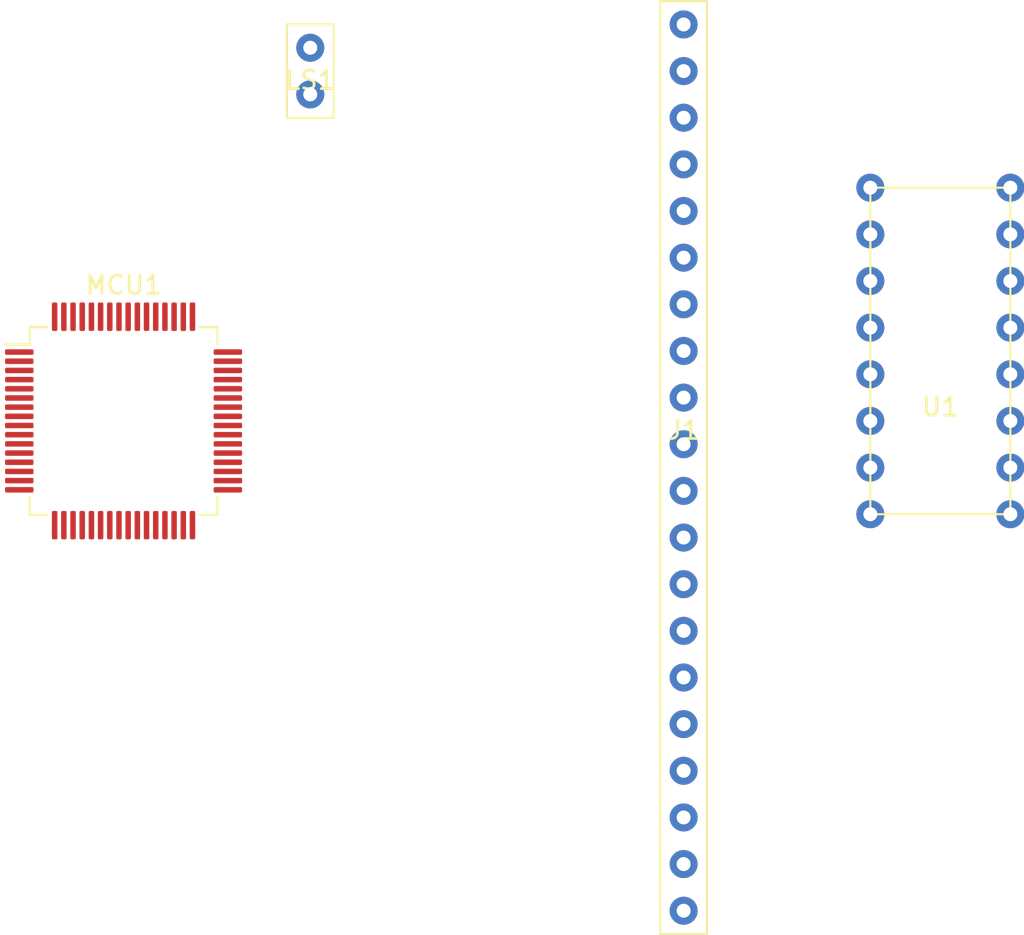
<source format=kicad_pcb>
(kicad_pcb (version 20171130) (host pcbnew "(5.1.0)-1")

  (general
    (thickness 1.6)
    (drawings 0)
    (tracks 0)
    (zones 0)
    (modules 4)
    (nets 80)
  )

  (page A4)
  (layers
    (0 F.Cu signal)
    (31 B.Cu signal)
    (32 B.Adhes user)
    (33 F.Adhes user)
    (34 B.Paste user)
    (35 F.Paste user)
    (36 B.SilkS user)
    (37 F.SilkS user)
    (38 B.Mask user)
    (39 F.Mask user)
    (40 Dwgs.User user)
    (41 Cmts.User user)
    (42 Eco1.User user)
    (43 Eco2.User user)
    (44 Edge.Cuts user)
    (45 Margin user)
    (46 B.CrtYd user)
    (47 F.CrtYd user)
    (48 B.Fab user)
    (49 F.Fab user)
  )

  (setup
    (last_trace_width 0.25)
    (trace_clearance 0.2)
    (zone_clearance 0.508)
    (zone_45_only no)
    (trace_min 0.2)
    (via_size 0.8)
    (via_drill 0.4)
    (via_min_size 0.4)
    (via_min_drill 0.3)
    (uvia_size 0.3)
    (uvia_drill 0.1)
    (uvias_allowed no)
    (uvia_min_size 0.2)
    (uvia_min_drill 0.1)
    (edge_width 0.05)
    (segment_width 0.2)
    (pcb_text_width 0.3)
    (pcb_text_size 1.5 1.5)
    (mod_edge_width 0.12)
    (mod_text_size 1 1)
    (mod_text_width 0.15)
    (pad_size 1.524 1.524)
    (pad_drill 0.762)
    (pad_to_mask_clearance 0.051)
    (solder_mask_min_width 0.25)
    (aux_axis_origin 0 0)
    (visible_elements 7FFFFFFF)
    (pcbplotparams
      (layerselection 0x010fc_ffffffff)
      (usegerberextensions false)
      (usegerberattributes false)
      (usegerberadvancedattributes false)
      (creategerberjobfile false)
      (excludeedgelayer true)
      (linewidth 0.100000)
      (plotframeref false)
      (viasonmask false)
      (mode 1)
      (useauxorigin false)
      (hpglpennumber 1)
      (hpglpenspeed 20)
      (hpglpendiameter 15.000000)
      (psnegative false)
      (psa4output false)
      (plotreference true)
      (plotvalue true)
      (plotinvisibletext false)
      (padsonsilk false)
      (subtractmaskfromsilk false)
      (outputformat 1)
      (mirror false)
      (drillshape 1)
      (scaleselection 1)
      (outputdirectory ""))
  )

  (net 0 "")
  (net 1 "Net-(MCU1-Pad64)")
  (net 2 GND)
  (net 3 "Net-(MCU1-Pad62)")
  (net 4 "Net-(MCU1-Pad61)")
  (net 5 "Net-(MCU1-Pad60)")
  (net 6 "Net-(MCU1-Pad59)")
  (net 7 "Net-(MCU1-Pad58)")
  (net 8 "Net-(MCU1-Pad57)")
  (net 9 "Net-(MCU1-Pad56)")
  (net 10 "Net-(MCU1-Pad55)")
  (net 11 "Net-(MCU1-Pad54)")
  (net 12 "Net-(MCU1-Pad53)")
  (net 13 "Net-(MCU1-Pad52)")
  (net 14 "Net-(MCU1-Pad51)")
  (net 15 "Net-(MCU1-Pad50)")
  (net 16 "Net-(MCU1-Pad49)")
  (net 17 "Net-(MCU1-Pad48)")
  (net 18 "Net-(MCU1-Pad47)")
  (net 19 "Net-(MCU1-Pad46)")
  (net 20 "Net-(MCU1-Pad45)")
  (net 21 "Net-(MCU1-Pad44)")
  (net 22 "Net-(MCU1-Pad43)")
  (net 23 "Net-(MCU1-Pad42)")
  (net 24 "Net-(MCU1-Pad41)")
  (net 25 "Net-(MCU1-Pad40)")
  (net 26 "Net-(MCU1-Pad39)")
  (net 27 "Net-(MCU1-Pad38)")
  (net 28 "Net-(MCU1-Pad37)")
  (net 29 PB15)
  (net 30 PB14)
  (net 31 PB13)
  (net 32 PB12)
  (net 33 VDD)
  (net 34 "Net-(MCU1-Pad30)")
  (net 35 "Net-(MCU1-Pad29)")
  (net 36 "Net-(MCU1-Pad28)")
  (net 37 "Net-(MCU1-Pad27)")
  (net 38 "Net-(MCU1-Pad26)")
  (net 39 "Net-(MCU1-Pad25)")
  (net 40 "Net-(MCU1-Pad24)")
  (net 41 "Net-(MCU1-Pad23)")
  (net 42 "Net-(MCU1-Pad22)")
  (net 43 "Net-(MCU1-Pad21)")
  (net 44 PA4)
  (net 45 "Net-(MCU1-Pad19)")
  (net 46 "Net-(MCU1-Pad18)")
  (net 47 "Net-(MCU1-Pad17)")
  (net 48 "Net-(MCU1-Pad16)")
  (net 49 "Net-(MCU1-Pad15)")
  (net 50 "Net-(MCU1-Pad14)")
  (net 51 "Net-(MCU1-Pad13)")
  (net 52 "Net-(MCU1-Pad11)")
  (net 53 "Net-(MCU1-Pad10)")
  (net 54 "Net-(MCU1-Pad9)")
  (net 55 "Net-(MCU1-Pad8)")
  (net 56 "Net-(MCU1-Pad7)")
  (net 57 "Net-(MCU1-Pad6)")
  (net 58 "Net-(MCU1-Pad5)")
  (net 59 "Net-(MCU1-Pad4)")
  (net 60 "Net-(MCU1-Pad3)")
  (net 61 "Net-(MCU1-Pad2)")
  (net 62 +3V3)
  (net 63 3-5V)
  (net 64 PA5)
  (net 65 PA6)
  (net 66 PA7)
  (net 67 "Net-(J1-Pad13)")
  (net 68 "Net-(J1-Pad12)")
  (net 69 "Net-(J1-Pad11)")
  (net 70 "Net-(J1-Pad10)")
  (net 71 "Net-(J1-Pad9)")
  (net 72 "Net-(J1-Pad8)")
  (net 73 "Net-(J1-Pad7)")
  (net 74 "Net-(J1-Pad6)")
  (net 75 "Net-(J1-Pad5)")
  (net 76 "Net-(J1-Pad4)")
  (net 77 "Net-(J1-Pad3)")
  (net 78 "Net-(J1-Pad2)")
  (net 79 "Net-(J1-Pad1)")

  (net_class Default "This is the default net class."
    (clearance 0.2)
    (trace_width 0.25)
    (via_dia 0.8)
    (via_drill 0.4)
    (uvia_dia 0.3)
    (uvia_drill 0.1)
    (add_net +3V3)
    (add_net 3-5V)
    (add_net GND)
    (add_net "Net-(J1-Pad1)")
    (add_net "Net-(J1-Pad10)")
    (add_net "Net-(J1-Pad11)")
    (add_net "Net-(J1-Pad12)")
    (add_net "Net-(J1-Pad13)")
    (add_net "Net-(J1-Pad2)")
    (add_net "Net-(J1-Pad3)")
    (add_net "Net-(J1-Pad4)")
    (add_net "Net-(J1-Pad5)")
    (add_net "Net-(J1-Pad6)")
    (add_net "Net-(J1-Pad7)")
    (add_net "Net-(J1-Pad8)")
    (add_net "Net-(J1-Pad9)")
    (add_net "Net-(MCU1-Pad10)")
    (add_net "Net-(MCU1-Pad11)")
    (add_net "Net-(MCU1-Pad13)")
    (add_net "Net-(MCU1-Pad14)")
    (add_net "Net-(MCU1-Pad15)")
    (add_net "Net-(MCU1-Pad16)")
    (add_net "Net-(MCU1-Pad17)")
    (add_net "Net-(MCU1-Pad18)")
    (add_net "Net-(MCU1-Pad19)")
    (add_net "Net-(MCU1-Pad2)")
    (add_net "Net-(MCU1-Pad21)")
    (add_net "Net-(MCU1-Pad22)")
    (add_net "Net-(MCU1-Pad23)")
    (add_net "Net-(MCU1-Pad24)")
    (add_net "Net-(MCU1-Pad25)")
    (add_net "Net-(MCU1-Pad26)")
    (add_net "Net-(MCU1-Pad27)")
    (add_net "Net-(MCU1-Pad28)")
    (add_net "Net-(MCU1-Pad29)")
    (add_net "Net-(MCU1-Pad3)")
    (add_net "Net-(MCU1-Pad30)")
    (add_net "Net-(MCU1-Pad37)")
    (add_net "Net-(MCU1-Pad38)")
    (add_net "Net-(MCU1-Pad39)")
    (add_net "Net-(MCU1-Pad4)")
    (add_net "Net-(MCU1-Pad40)")
    (add_net "Net-(MCU1-Pad41)")
    (add_net "Net-(MCU1-Pad42)")
    (add_net "Net-(MCU1-Pad43)")
    (add_net "Net-(MCU1-Pad44)")
    (add_net "Net-(MCU1-Pad45)")
    (add_net "Net-(MCU1-Pad46)")
    (add_net "Net-(MCU1-Pad47)")
    (add_net "Net-(MCU1-Pad48)")
    (add_net "Net-(MCU1-Pad49)")
    (add_net "Net-(MCU1-Pad5)")
    (add_net "Net-(MCU1-Pad50)")
    (add_net "Net-(MCU1-Pad51)")
    (add_net "Net-(MCU1-Pad52)")
    (add_net "Net-(MCU1-Pad53)")
    (add_net "Net-(MCU1-Pad54)")
    (add_net "Net-(MCU1-Pad55)")
    (add_net "Net-(MCU1-Pad56)")
    (add_net "Net-(MCU1-Pad57)")
    (add_net "Net-(MCU1-Pad58)")
    (add_net "Net-(MCU1-Pad59)")
    (add_net "Net-(MCU1-Pad6)")
    (add_net "Net-(MCU1-Pad60)")
    (add_net "Net-(MCU1-Pad61)")
    (add_net "Net-(MCU1-Pad62)")
    (add_net "Net-(MCU1-Pad64)")
    (add_net "Net-(MCU1-Pad7)")
    (add_net "Net-(MCU1-Pad8)")
    (add_net "Net-(MCU1-Pad9)")
    (add_net PA4)
    (add_net PA5)
    (add_net PA6)
    (add_net PA7)
    (add_net PB12)
    (add_net PB13)
    (add_net PB14)
    (add_net PB15)
    (add_net VDD)
  )

  (module 362ftpt:CFAL (layer F.Cu) (tedit 5CB117E4) (tstamp 5CB19153)
    (at 135.89 100.33)
    (path /5CB32F91)
    (fp_text reference U1 (at 0 0.5) (layer F.SilkS)
      (effects (font (size 1 1) (thickness 0.15)))
    )
    (fp_text value CFAL1602C (at 0 -0.5) (layer F.Fab)
      (effects (font (size 1 1) (thickness 0.15)))
    )
    (fp_line (start 3.81 -11.43) (end 3.81 6.35) (layer F.SilkS) (width 0.12))
    (fp_line (start -3.81 -11.43) (end 3.81 -11.43) (layer F.SilkS) (width 0.12))
    (fp_line (start -3.81 6.35) (end -3.81 -11.43) (layer F.SilkS) (width 0.12))
    (fp_line (start 3.81 6.35) (end -3.81 6.35) (layer F.SilkS) (width 0.12))
    (pad 16 thru_hole circle (at -3.81 6.35) (size 1.524 1.524) (drill 0.762) (layers *.Cu *.Mask))
    (pad 15 thru_hole circle (at -3.81 3.81) (size 1.524 1.524) (drill 0.762) (layers *.Cu *.Mask))
    (pad 14 thru_hole circle (at -3.81 1.27) (size 1.524 1.524) (drill 0.762) (layers *.Cu *.Mask))
    (pad 13 thru_hole circle (at -3.81 -1.27) (size 1.524 1.524) (drill 0.762) (layers *.Cu *.Mask))
    (pad 12 thru_hole circle (at -3.81 -3.81) (size 1.524 1.524) (drill 0.762) (layers *.Cu *.Mask))
    (pad 11 thru_hole circle (at -3.81 -6.35) (size 1.524 1.524) (drill 0.762) (layers *.Cu *.Mask))
    (pad 10 thru_hole circle (at -3.81 -8.89) (size 1.524 1.524) (drill 0.762) (layers *.Cu *.Mask))
    (pad 9 thru_hole circle (at -3.81 -11.43) (size 1.524 1.524) (drill 0.762) (layers *.Cu *.Mask))
    (pad 8 thru_hole circle (at 3.81 -11.43) (size 1.524 1.524) (drill 0.762) (layers *.Cu *.Mask))
    (pad 7 thru_hole circle (at 3.81 -8.89) (size 1.524 1.524) (drill 0.762) (layers *.Cu *.Mask))
    (pad 6 thru_hole circle (at 3.81 -6.35) (size 1.524 1.524) (drill 0.762) (layers *.Cu *.Mask))
    (pad 5 thru_hole circle (at 3.81 -3.81) (size 1.524 1.524) (drill 0.762) (layers *.Cu *.Mask))
    (pad 4 thru_hole circle (at 3.81 -1.27) (size 1.524 1.524) (drill 0.762) (layers *.Cu *.Mask))
    (pad 3 thru_hole circle (at 3.81 1.27) (size 1.524 1.524) (drill 0.762) (layers *.Cu *.Mask))
    (pad 2 thru_hole circle (at 3.81 3.81) (size 1.524 1.524) (drill 0.762) (layers *.Cu *.Mask))
    (pad 1 thru_hole circle (at 3.81 6.35) (size 1.524 1.524) (drill 0.762) (layers *.Cu *.Mask))
  )

  (module 362ftpt:SPK (layer F.Cu) (tedit 5CB11771) (tstamp 5CB18CF3)
    (at 101.6 82.55)
    (path /5CB10B89)
    (fp_text reference LS1 (at 0 0.5) (layer F.SilkS)
      (effects (font (size 1 1) (thickness 0.15)))
    )
    (fp_text value Speaker (at 0 -0.5) (layer F.Fab)
      (effects (font (size 1 1) (thickness 0.15)))
    )
    (fp_line (start -1.27 2.54) (end -1.27 -2.54) (layer F.SilkS) (width 0.12))
    (fp_line (start 1.27 2.54) (end -1.27 2.54) (layer F.SilkS) (width 0.12))
    (fp_line (start 1.27 -2.54) (end 1.27 2.54) (layer F.SilkS) (width 0.12))
    (fp_line (start -1.27 -2.54) (end 1.27 -2.54) (layer F.SilkS) (width 0.12))
    (pad 2 thru_hole circle (at 0 1.27) (size 1.524 1.524) (drill 0.762) (layers *.Cu *.Mask)
      (net 2 GND))
    (pad 1 thru_hole circle (at 0 -1.27) (size 1.524 1.524) (drill 0.762) (layers *.Cu *.Mask)
      (net 44 PA4))
  )

  (module 362ftpt:J1 (layer F.Cu) (tedit 5CB116DD) (tstamp 5CB18960)
    (at 121.92 101.6)
    (path /5CB3E0B7)
    (fp_text reference J1 (at 0 0.5) (layer F.SilkS)
      (effects (font (size 1 1) (thickness 0.15)))
    )
    (fp_text value Conn_01x20_Female (at 0 -0.5) (layer F.Fab)
      (effects (font (size 1 1) (thickness 0.15)))
    )
    (fp_line (start -1.27 -22.86) (end 1.27 -22.86) (layer F.SilkS) (width 0.12))
    (fp_line (start -1.27 27.94) (end -1.27 -22.86) (layer F.SilkS) (width 0.12))
    (fp_line (start 1.27 27.94) (end -1.27 27.94) (layer F.SilkS) (width 0.12))
    (fp_line (start 1.27 -22.86) (end 1.27 27.94) (layer F.SilkS) (width 0.12))
    (pad 20 thru_hole circle (at 0 26.67) (size 1.524 1.524) (drill 0.762) (layers *.Cu *.Mask)
      (net 2 GND))
    (pad 19 thru_hole circle (at 0 24.13) (size 1.524 1.524) (drill 0.762) (layers *.Cu *.Mask)
      (net 63 3-5V))
    (pad 18 thru_hole circle (at 0 21.59) (size 1.524 1.524) (drill 0.762) (layers *.Cu *.Mask)
      (net 33 VDD))
    (pad 17 thru_hole circle (at 0 19.05) (size 1.524 1.524) (drill 0.762) (layers *.Cu *.Mask)
      (net 64 PA5))
    (pad 16 thru_hole circle (at 0 -21.59) (size 1.524 1.524) (drill 0.762) (layers *.Cu *.Mask)
      (net 65 PA6))
    (pad 15 thru_hole circle (at 0 -19.05) (size 1.524 1.524) (drill 0.762) (layers *.Cu *.Mask)
      (net 66 PA7))
    (pad 14 thru_hole circle (at 0 -16.51) (size 1.524 1.524) (drill 0.762) (layers *.Cu *.Mask)
      (net 44 PA4))
    (pad 13 thru_hole circle (at 0 -13.97) (size 1.524 1.524) (drill 0.762) (layers *.Cu *.Mask)
      (net 67 "Net-(J1-Pad13)"))
    (pad 12 thru_hole circle (at 0 -11.43) (size 1.524 1.524) (drill 0.762) (layers *.Cu *.Mask)
      (net 68 "Net-(J1-Pad12)"))
    (pad 11 thru_hole circle (at 0 -8.89) (size 1.524 1.524) (drill 0.762) (layers *.Cu *.Mask)
      (net 69 "Net-(J1-Pad11)"))
    (pad 10 thru_hole circle (at 0 -6.35) (size 1.524 1.524) (drill 0.762) (layers *.Cu *.Mask)
      (net 70 "Net-(J1-Pad10)"))
    (pad 9 thru_hole circle (at 0 -3.81) (size 1.524 1.524) (drill 0.762) (layers *.Cu *.Mask)
      (net 71 "Net-(J1-Pad9)"))
    (pad 8 thru_hole circle (at 0 -1.27) (size 1.524 1.524) (drill 0.762) (layers *.Cu *.Mask)
      (net 72 "Net-(J1-Pad8)"))
    (pad 7 thru_hole circle (at 0 1.27) (size 1.524 1.524) (drill 0.762) (layers *.Cu *.Mask)
      (net 73 "Net-(J1-Pad7)"))
    (pad 6 thru_hole circle (at 0 3.81) (size 1.524 1.524) (drill 0.762) (layers *.Cu *.Mask)
      (net 74 "Net-(J1-Pad6)"))
    (pad 5 thru_hole circle (at 0 6.35) (size 1.524 1.524) (drill 0.762) (layers *.Cu *.Mask)
      (net 75 "Net-(J1-Pad5)"))
    (pad 4 thru_hole circle (at 0 8.89) (size 1.524 1.524) (drill 0.762) (layers *.Cu *.Mask)
      (net 76 "Net-(J1-Pad4)"))
    (pad 3 thru_hole circle (at 0 11.43) (size 1.524 1.524) (drill 0.762) (layers *.Cu *.Mask)
      (net 77 "Net-(J1-Pad3)"))
    (pad 2 thru_hole circle (at 0 13.97) (size 1.524 1.524) (drill 0.762) (layers *.Cu *.Mask)
      (net 78 "Net-(J1-Pad2)"))
    (pad 1 thru_hole circle (at 0 16.51) (size 1.524 1.524) (drill 0.762) (layers *.Cu *.Mask)
      (net 79 "Net-(J1-Pad1)"))
  )

  (module Package_QFP:LQFP-64_10x10mm_P0.5mm (layer F.Cu) (tedit 5C194D4E) (tstamp 5CB181E7)
    (at 91.44 101.6)
    (descr "LQFP, 64 Pin (https://www.analog.com/media/en/technical-documentation/data-sheets/ad7606_7606-6_7606-4.pdf), generated with kicad-footprint-generator ipc_gullwing_generator.py")
    (tags "LQFP QFP")
    (path /5CAFE785)
    (attr smd)
    (fp_text reference MCU1 (at 0 -7.4) (layer F.SilkS)
      (effects (font (size 1 1) (thickness 0.15)))
    )
    (fp_text value STM32F051R8Tx (at 0 7.4) (layer F.Fab)
      (effects (font (size 1 1) (thickness 0.15)))
    )
    (fp_text user %R (at 0 0) (layer F.Fab)
      (effects (font (size 1 1) (thickness 0.15)))
    )
    (fp_line (start 6.7 4.15) (end 6.7 0) (layer F.CrtYd) (width 0.05))
    (fp_line (start 5.25 4.15) (end 6.7 4.15) (layer F.CrtYd) (width 0.05))
    (fp_line (start 5.25 5.25) (end 5.25 4.15) (layer F.CrtYd) (width 0.05))
    (fp_line (start 4.15 5.25) (end 5.25 5.25) (layer F.CrtYd) (width 0.05))
    (fp_line (start 4.15 6.7) (end 4.15 5.25) (layer F.CrtYd) (width 0.05))
    (fp_line (start 0 6.7) (end 4.15 6.7) (layer F.CrtYd) (width 0.05))
    (fp_line (start -6.7 4.15) (end -6.7 0) (layer F.CrtYd) (width 0.05))
    (fp_line (start -5.25 4.15) (end -6.7 4.15) (layer F.CrtYd) (width 0.05))
    (fp_line (start -5.25 5.25) (end -5.25 4.15) (layer F.CrtYd) (width 0.05))
    (fp_line (start -4.15 5.25) (end -5.25 5.25) (layer F.CrtYd) (width 0.05))
    (fp_line (start -4.15 6.7) (end -4.15 5.25) (layer F.CrtYd) (width 0.05))
    (fp_line (start 0 6.7) (end -4.15 6.7) (layer F.CrtYd) (width 0.05))
    (fp_line (start 6.7 -4.15) (end 6.7 0) (layer F.CrtYd) (width 0.05))
    (fp_line (start 5.25 -4.15) (end 6.7 -4.15) (layer F.CrtYd) (width 0.05))
    (fp_line (start 5.25 -5.25) (end 5.25 -4.15) (layer F.CrtYd) (width 0.05))
    (fp_line (start 4.15 -5.25) (end 5.25 -5.25) (layer F.CrtYd) (width 0.05))
    (fp_line (start 4.15 -6.7) (end 4.15 -5.25) (layer F.CrtYd) (width 0.05))
    (fp_line (start 0 -6.7) (end 4.15 -6.7) (layer F.CrtYd) (width 0.05))
    (fp_line (start -6.7 -4.15) (end -6.7 0) (layer F.CrtYd) (width 0.05))
    (fp_line (start -5.25 -4.15) (end -6.7 -4.15) (layer F.CrtYd) (width 0.05))
    (fp_line (start -5.25 -5.25) (end -5.25 -4.15) (layer F.CrtYd) (width 0.05))
    (fp_line (start -4.15 -5.25) (end -5.25 -5.25) (layer F.CrtYd) (width 0.05))
    (fp_line (start -4.15 -6.7) (end -4.15 -5.25) (layer F.CrtYd) (width 0.05))
    (fp_line (start 0 -6.7) (end -4.15 -6.7) (layer F.CrtYd) (width 0.05))
    (fp_line (start -5 -4) (end -4 -5) (layer F.Fab) (width 0.1))
    (fp_line (start -5 5) (end -5 -4) (layer F.Fab) (width 0.1))
    (fp_line (start 5 5) (end -5 5) (layer F.Fab) (width 0.1))
    (fp_line (start 5 -5) (end 5 5) (layer F.Fab) (width 0.1))
    (fp_line (start -4 -5) (end 5 -5) (layer F.Fab) (width 0.1))
    (fp_line (start -5.11 -4.16) (end -6.45 -4.16) (layer F.SilkS) (width 0.12))
    (fp_line (start -5.11 -5.11) (end -5.11 -4.16) (layer F.SilkS) (width 0.12))
    (fp_line (start -4.16 -5.11) (end -5.11 -5.11) (layer F.SilkS) (width 0.12))
    (fp_line (start 5.11 -5.11) (end 5.11 -4.16) (layer F.SilkS) (width 0.12))
    (fp_line (start 4.16 -5.11) (end 5.11 -5.11) (layer F.SilkS) (width 0.12))
    (fp_line (start -5.11 5.11) (end -5.11 4.16) (layer F.SilkS) (width 0.12))
    (fp_line (start -4.16 5.11) (end -5.11 5.11) (layer F.SilkS) (width 0.12))
    (fp_line (start 5.11 5.11) (end 5.11 4.16) (layer F.SilkS) (width 0.12))
    (fp_line (start 4.16 5.11) (end 5.11 5.11) (layer F.SilkS) (width 0.12))
    (pad 64 smd roundrect (at -3.75 -5.675) (size 0.3 1.55) (layers F.Cu F.Paste F.Mask) (roundrect_rratio 0.25)
      (net 1 "Net-(MCU1-Pad64)"))
    (pad 63 smd roundrect (at -3.25 -5.675) (size 0.3 1.55) (layers F.Cu F.Paste F.Mask) (roundrect_rratio 0.25)
      (net 2 GND))
    (pad 62 smd roundrect (at -2.75 -5.675) (size 0.3 1.55) (layers F.Cu F.Paste F.Mask) (roundrect_rratio 0.25)
      (net 3 "Net-(MCU1-Pad62)"))
    (pad 61 smd roundrect (at -2.25 -5.675) (size 0.3 1.55) (layers F.Cu F.Paste F.Mask) (roundrect_rratio 0.25)
      (net 4 "Net-(MCU1-Pad61)"))
    (pad 60 smd roundrect (at -1.75 -5.675) (size 0.3 1.55) (layers F.Cu F.Paste F.Mask) (roundrect_rratio 0.25)
      (net 5 "Net-(MCU1-Pad60)"))
    (pad 59 smd roundrect (at -1.25 -5.675) (size 0.3 1.55) (layers F.Cu F.Paste F.Mask) (roundrect_rratio 0.25)
      (net 6 "Net-(MCU1-Pad59)"))
    (pad 58 smd roundrect (at -0.75 -5.675) (size 0.3 1.55) (layers F.Cu F.Paste F.Mask) (roundrect_rratio 0.25)
      (net 7 "Net-(MCU1-Pad58)"))
    (pad 57 smd roundrect (at -0.25 -5.675) (size 0.3 1.55) (layers F.Cu F.Paste F.Mask) (roundrect_rratio 0.25)
      (net 8 "Net-(MCU1-Pad57)"))
    (pad 56 smd roundrect (at 0.25 -5.675) (size 0.3 1.55) (layers F.Cu F.Paste F.Mask) (roundrect_rratio 0.25)
      (net 9 "Net-(MCU1-Pad56)"))
    (pad 55 smd roundrect (at 0.75 -5.675) (size 0.3 1.55) (layers F.Cu F.Paste F.Mask) (roundrect_rratio 0.25)
      (net 10 "Net-(MCU1-Pad55)"))
    (pad 54 smd roundrect (at 1.25 -5.675) (size 0.3 1.55) (layers F.Cu F.Paste F.Mask) (roundrect_rratio 0.25)
      (net 11 "Net-(MCU1-Pad54)"))
    (pad 53 smd roundrect (at 1.75 -5.675) (size 0.3 1.55) (layers F.Cu F.Paste F.Mask) (roundrect_rratio 0.25)
      (net 12 "Net-(MCU1-Pad53)"))
    (pad 52 smd roundrect (at 2.25 -5.675) (size 0.3 1.55) (layers F.Cu F.Paste F.Mask) (roundrect_rratio 0.25)
      (net 13 "Net-(MCU1-Pad52)"))
    (pad 51 smd roundrect (at 2.75 -5.675) (size 0.3 1.55) (layers F.Cu F.Paste F.Mask) (roundrect_rratio 0.25)
      (net 14 "Net-(MCU1-Pad51)"))
    (pad 50 smd roundrect (at 3.25 -5.675) (size 0.3 1.55) (layers F.Cu F.Paste F.Mask) (roundrect_rratio 0.25)
      (net 15 "Net-(MCU1-Pad50)"))
    (pad 49 smd roundrect (at 3.75 -5.675) (size 0.3 1.55) (layers F.Cu F.Paste F.Mask) (roundrect_rratio 0.25)
      (net 16 "Net-(MCU1-Pad49)"))
    (pad 48 smd roundrect (at 5.675 -3.75) (size 1.55 0.3) (layers F.Cu F.Paste F.Mask) (roundrect_rratio 0.25)
      (net 17 "Net-(MCU1-Pad48)"))
    (pad 47 smd roundrect (at 5.675 -3.25) (size 1.55 0.3) (layers F.Cu F.Paste F.Mask) (roundrect_rratio 0.25)
      (net 18 "Net-(MCU1-Pad47)"))
    (pad 46 smd roundrect (at 5.675 -2.75) (size 1.55 0.3) (layers F.Cu F.Paste F.Mask) (roundrect_rratio 0.25)
      (net 19 "Net-(MCU1-Pad46)"))
    (pad 45 smd roundrect (at 5.675 -2.25) (size 1.55 0.3) (layers F.Cu F.Paste F.Mask) (roundrect_rratio 0.25)
      (net 20 "Net-(MCU1-Pad45)"))
    (pad 44 smd roundrect (at 5.675 -1.75) (size 1.55 0.3) (layers F.Cu F.Paste F.Mask) (roundrect_rratio 0.25)
      (net 21 "Net-(MCU1-Pad44)"))
    (pad 43 smd roundrect (at 5.675 -1.25) (size 1.55 0.3) (layers F.Cu F.Paste F.Mask) (roundrect_rratio 0.25)
      (net 22 "Net-(MCU1-Pad43)"))
    (pad 42 smd roundrect (at 5.675 -0.75) (size 1.55 0.3) (layers F.Cu F.Paste F.Mask) (roundrect_rratio 0.25)
      (net 23 "Net-(MCU1-Pad42)"))
    (pad 41 smd roundrect (at 5.675 -0.25) (size 1.55 0.3) (layers F.Cu F.Paste F.Mask) (roundrect_rratio 0.25)
      (net 24 "Net-(MCU1-Pad41)"))
    (pad 40 smd roundrect (at 5.675 0.25) (size 1.55 0.3) (layers F.Cu F.Paste F.Mask) (roundrect_rratio 0.25)
      (net 25 "Net-(MCU1-Pad40)"))
    (pad 39 smd roundrect (at 5.675 0.75) (size 1.55 0.3) (layers F.Cu F.Paste F.Mask) (roundrect_rratio 0.25)
      (net 26 "Net-(MCU1-Pad39)"))
    (pad 38 smd roundrect (at 5.675 1.25) (size 1.55 0.3) (layers F.Cu F.Paste F.Mask) (roundrect_rratio 0.25)
      (net 27 "Net-(MCU1-Pad38)"))
    (pad 37 smd roundrect (at 5.675 1.75) (size 1.55 0.3) (layers F.Cu F.Paste F.Mask) (roundrect_rratio 0.25)
      (net 28 "Net-(MCU1-Pad37)"))
    (pad 36 smd roundrect (at 5.675 2.25) (size 1.55 0.3) (layers F.Cu F.Paste F.Mask) (roundrect_rratio 0.25)
      (net 29 PB15))
    (pad 35 smd roundrect (at 5.675 2.75) (size 1.55 0.3) (layers F.Cu F.Paste F.Mask) (roundrect_rratio 0.25)
      (net 30 PB14))
    (pad 34 smd roundrect (at 5.675 3.25) (size 1.55 0.3) (layers F.Cu F.Paste F.Mask) (roundrect_rratio 0.25)
      (net 31 PB13))
    (pad 33 smd roundrect (at 5.675 3.75) (size 1.55 0.3) (layers F.Cu F.Paste F.Mask) (roundrect_rratio 0.25)
      (net 32 PB12))
    (pad 32 smd roundrect (at 3.75 5.675) (size 0.3 1.55) (layers F.Cu F.Paste F.Mask) (roundrect_rratio 0.25)
      (net 33 VDD))
    (pad 31 smd roundrect (at 3.25 5.675) (size 0.3 1.55) (layers F.Cu F.Paste F.Mask) (roundrect_rratio 0.25)
      (net 2 GND))
    (pad 30 smd roundrect (at 2.75 5.675) (size 0.3 1.55) (layers F.Cu F.Paste F.Mask) (roundrect_rratio 0.25)
      (net 34 "Net-(MCU1-Pad30)"))
    (pad 29 smd roundrect (at 2.25 5.675) (size 0.3 1.55) (layers F.Cu F.Paste F.Mask) (roundrect_rratio 0.25)
      (net 35 "Net-(MCU1-Pad29)"))
    (pad 28 smd roundrect (at 1.75 5.675) (size 0.3 1.55) (layers F.Cu F.Paste F.Mask) (roundrect_rratio 0.25)
      (net 36 "Net-(MCU1-Pad28)"))
    (pad 27 smd roundrect (at 1.25 5.675) (size 0.3 1.55) (layers F.Cu F.Paste F.Mask) (roundrect_rratio 0.25)
      (net 37 "Net-(MCU1-Pad27)"))
    (pad 26 smd roundrect (at 0.75 5.675) (size 0.3 1.55) (layers F.Cu F.Paste F.Mask) (roundrect_rratio 0.25)
      (net 38 "Net-(MCU1-Pad26)"))
    (pad 25 smd roundrect (at 0.25 5.675) (size 0.3 1.55) (layers F.Cu F.Paste F.Mask) (roundrect_rratio 0.25)
      (net 39 "Net-(MCU1-Pad25)"))
    (pad 24 smd roundrect (at -0.25 5.675) (size 0.3 1.55) (layers F.Cu F.Paste F.Mask) (roundrect_rratio 0.25)
      (net 40 "Net-(MCU1-Pad24)"))
    (pad 23 smd roundrect (at -0.75 5.675) (size 0.3 1.55) (layers F.Cu F.Paste F.Mask) (roundrect_rratio 0.25)
      (net 41 "Net-(MCU1-Pad23)"))
    (pad 22 smd roundrect (at -1.25 5.675) (size 0.3 1.55) (layers F.Cu F.Paste F.Mask) (roundrect_rratio 0.25)
      (net 42 "Net-(MCU1-Pad22)"))
    (pad 21 smd roundrect (at -1.75 5.675) (size 0.3 1.55) (layers F.Cu F.Paste F.Mask) (roundrect_rratio 0.25)
      (net 43 "Net-(MCU1-Pad21)"))
    (pad 20 smd roundrect (at -2.25 5.675) (size 0.3 1.55) (layers F.Cu F.Paste F.Mask) (roundrect_rratio 0.25)
      (net 44 PA4))
    (pad 19 smd roundrect (at -2.75 5.675) (size 0.3 1.55) (layers F.Cu F.Paste F.Mask) (roundrect_rratio 0.25)
      (net 45 "Net-(MCU1-Pad19)"))
    (pad 18 smd roundrect (at -3.25 5.675) (size 0.3 1.55) (layers F.Cu F.Paste F.Mask) (roundrect_rratio 0.25)
      (net 46 "Net-(MCU1-Pad18)"))
    (pad 17 smd roundrect (at -3.75 5.675) (size 0.3 1.55) (layers F.Cu F.Paste F.Mask) (roundrect_rratio 0.25)
      (net 47 "Net-(MCU1-Pad17)"))
    (pad 16 smd roundrect (at -5.675 3.75) (size 1.55 0.3) (layers F.Cu F.Paste F.Mask) (roundrect_rratio 0.25)
      (net 48 "Net-(MCU1-Pad16)"))
    (pad 15 smd roundrect (at -5.675 3.25) (size 1.55 0.3) (layers F.Cu F.Paste F.Mask) (roundrect_rratio 0.25)
      (net 49 "Net-(MCU1-Pad15)"))
    (pad 14 smd roundrect (at -5.675 2.75) (size 1.55 0.3) (layers F.Cu F.Paste F.Mask) (roundrect_rratio 0.25)
      (net 50 "Net-(MCU1-Pad14)"))
    (pad 13 smd roundrect (at -5.675 2.25) (size 1.55 0.3) (layers F.Cu F.Paste F.Mask) (roundrect_rratio 0.25)
      (net 51 "Net-(MCU1-Pad13)"))
    (pad 12 smd roundrect (at -5.675 1.75) (size 1.55 0.3) (layers F.Cu F.Paste F.Mask) (roundrect_rratio 0.25)
      (net 2 GND))
    (pad 11 smd roundrect (at -5.675 1.25) (size 1.55 0.3) (layers F.Cu F.Paste F.Mask) (roundrect_rratio 0.25)
      (net 52 "Net-(MCU1-Pad11)"))
    (pad 10 smd roundrect (at -5.675 0.75) (size 1.55 0.3) (layers F.Cu F.Paste F.Mask) (roundrect_rratio 0.25)
      (net 53 "Net-(MCU1-Pad10)"))
    (pad 9 smd roundrect (at -5.675 0.25) (size 1.55 0.3) (layers F.Cu F.Paste F.Mask) (roundrect_rratio 0.25)
      (net 54 "Net-(MCU1-Pad9)"))
    (pad 8 smd roundrect (at -5.675 -0.25) (size 1.55 0.3) (layers F.Cu F.Paste F.Mask) (roundrect_rratio 0.25)
      (net 55 "Net-(MCU1-Pad8)"))
    (pad 7 smd roundrect (at -5.675 -0.75) (size 1.55 0.3) (layers F.Cu F.Paste F.Mask) (roundrect_rratio 0.25)
      (net 56 "Net-(MCU1-Pad7)"))
    (pad 6 smd roundrect (at -5.675 -1.25) (size 1.55 0.3) (layers F.Cu F.Paste F.Mask) (roundrect_rratio 0.25)
      (net 57 "Net-(MCU1-Pad6)"))
    (pad 5 smd roundrect (at -5.675 -1.75) (size 1.55 0.3) (layers F.Cu F.Paste F.Mask) (roundrect_rratio 0.25)
      (net 58 "Net-(MCU1-Pad5)"))
    (pad 4 smd roundrect (at -5.675 -2.25) (size 1.55 0.3) (layers F.Cu F.Paste F.Mask) (roundrect_rratio 0.25)
      (net 59 "Net-(MCU1-Pad4)"))
    (pad 3 smd roundrect (at -5.675 -2.75) (size 1.55 0.3) (layers F.Cu F.Paste F.Mask) (roundrect_rratio 0.25)
      (net 60 "Net-(MCU1-Pad3)"))
    (pad 2 smd roundrect (at -5.675 -3.25) (size 1.55 0.3) (layers F.Cu F.Paste F.Mask) (roundrect_rratio 0.25)
      (net 61 "Net-(MCU1-Pad2)"))
    (pad 1 smd roundrect (at -5.675 -3.75) (size 1.55 0.3) (layers F.Cu F.Paste F.Mask) (roundrect_rratio 0.25)
      (net 62 +3V3))
    (model ${KISYS3DMOD}/Package_QFP.3dshapes/LQFP-64_10x10mm_P0.5mm.wrl
      (at (xyz 0 0 0))
      (scale (xyz 1 1 1))
      (rotate (xyz 0 0 0))
    )
  )

)

</source>
